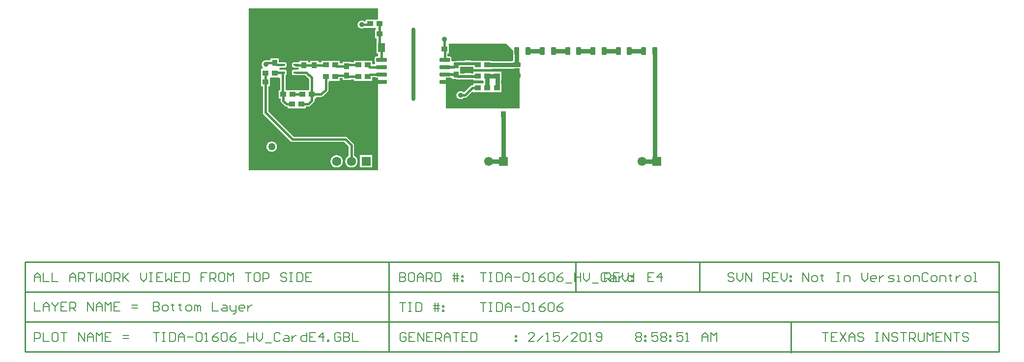
<source format=gbl>
G04*
G04 #@! TF.GenerationSoftware,Altium Limited,Altium Designer,18.1.9 (240)*
G04*
G04 Layer_Physical_Order=4*
G04 Layer_Color=16711680*
%FSAX25Y25*%
%MOIN*%
G70*
G01*
G75*
%ADD10C,0.00800*%
%ADD21C,0.01000*%
%ADD24R,0.03937X0.03740*%
%ADD25R,0.03740X0.03937*%
%ADD55C,0.02000*%
%ADD56C,0.01500*%
%ADD57C,0.03000*%
%ADD58O,0.02500X0.50000*%
%ADD59C,0.06299*%
%ADD60R,0.06299X0.06299*%
%ADD61R,0.06102X0.06102*%
%ADD62C,0.06102*%
%ADD63C,0.05000*%
%ADD64C,0.03500*%
G04:AMPARAMS|DCode=65|XSize=31.5mil|YSize=51.18mil|CornerRadius=1.89mil|HoleSize=0mil|Usage=FLASHONLY|Rotation=90.000|XOffset=0mil|YOffset=0mil|HoleType=Round|Shape=RoundedRectangle|*
%AMROUNDEDRECTD65*
21,1,0.03150,0.04740,0,0,90.0*
21,1,0.02772,0.05118,0,0,90.0*
1,1,0.00378,0.02370,0.01386*
1,1,0.00378,0.02370,-0.01386*
1,1,0.00378,-0.02370,-0.01386*
1,1,0.00378,-0.02370,0.01386*
%
%ADD65ROUNDEDRECTD65*%
G04:AMPARAMS|DCode=66|XSize=31.5mil|YSize=51.18mil|CornerRadius=1.89mil|HoleSize=0mil|Usage=FLASHONLY|Rotation=0.000|XOffset=0mil|YOffset=0mil|HoleType=Round|Shape=RoundedRectangle|*
%AMROUNDEDRECTD66*
21,1,0.03150,0.04740,0,0,0.0*
21,1,0.02772,0.05118,0,0,0.0*
1,1,0.00378,0.01386,-0.02370*
1,1,0.00378,-0.01386,-0.02370*
1,1,0.00378,-0.01386,0.02370*
1,1,0.00378,0.01386,0.02370*
%
%ADD66ROUNDEDRECTD66*%
%ADD67R,0.02362X0.02362*%
G04:AMPARAMS|DCode=68|XSize=23.62mil|YSize=70.87mil|CornerRadius=2.01mil|HoleSize=0mil|Usage=FLASHONLY|Rotation=90.000|XOffset=0mil|YOffset=0mil|HoleType=Round|Shape=RoundedRectangle|*
%AMROUNDEDRECTD68*
21,1,0.02362,0.06685,0,0,90.0*
21,1,0.01961,0.07087,0,0,90.0*
1,1,0.00402,0.03343,0.00980*
1,1,0.00402,0.03343,-0.00980*
1,1,0.00402,-0.03343,-0.00980*
1,1,0.00402,-0.03343,0.00980*
%
%ADD68ROUNDEDRECTD68*%
%ADD69R,0.05000X0.06300*%
G04:AMPARAMS|DCode=70|XSize=15.75mil|YSize=33.47mil|CornerRadius=1.97mil|HoleSize=0mil|Usage=FLASHONLY|Rotation=90.000|XOffset=0mil|YOffset=0mil|HoleType=Round|Shape=RoundedRectangle|*
%AMROUNDEDRECTD70*
21,1,0.01575,0.02953,0,0,90.0*
21,1,0.01181,0.03347,0,0,90.0*
1,1,0.00394,0.01476,0.00591*
1,1,0.00394,0.01476,-0.00591*
1,1,0.00394,-0.01476,-0.00591*
1,1,0.00394,-0.01476,0.00591*
%
%ADD70ROUNDEDRECTD70*%
G36*
X0279200Y0266532D02*
X0278493Y0265825D01*
X0277251Y0265825D01*
X0276251Y0265825D01*
X0270952D01*
Y0264972D01*
X0270661Y0264747D01*
X0269952Y0264522D01*
X0269587Y0264802D01*
X0268918Y0265079D01*
X0268200Y0265174D01*
X0267482Y0265079D01*
X0266813Y0264802D01*
X0266239Y0264361D01*
X0265798Y0263787D01*
X0265521Y0263118D01*
X0265426Y0262400D01*
X0265521Y0261682D01*
X0265798Y0261013D01*
X0266239Y0260439D01*
X0266813Y0259998D01*
X0267482Y0259721D01*
X0268200Y0259626D01*
X0268918Y0259721D01*
X0269587Y0259998D01*
X0269952Y0260278D01*
X0270952Y0260085D01*
Y0260085D01*
X0276251D01*
X0276889Y0260085D01*
X0277728Y0260085D01*
X0277988Y0259825D01*
X0277574Y0258825D01*
X0277251D01*
Y0253085D01*
X0278435D01*
Y0250850D01*
X0278170D01*
Y0242550D01*
X0279200D01*
Y0240660D01*
X0278271D01*
X0277802Y0240566D01*
X0277405Y0240301D01*
X0277140Y0239904D01*
X0277047Y0239435D01*
Y0237475D01*
X0277140Y0237006D01*
X0277405Y0236609D01*
X0277155Y0235648D01*
X0276772Y0235239D01*
X0275188D01*
Y0237825D01*
X0269889D01*
X0269251Y0237825D01*
X0268251Y0237825D01*
X0262952D01*
Y0236739D01*
X0260940D01*
Y0237073D01*
X0255200D01*
Y0235889D01*
X0253188D01*
Y0237825D01*
X0247889D01*
X0247251Y0237825D01*
X0246251Y0237825D01*
X0240952D01*
Y0236590D01*
X0238940D01*
Y0237774D01*
X0233200D01*
Y0236590D01*
X0231940D01*
Y0237774D01*
X0226200D01*
Y0237460D01*
X0226055Y0237279D01*
X0225200Y0236751D01*
X0225106Y0236770D01*
X0222153D01*
X0221686Y0236677D01*
X0221290Y0236413D01*
X0221025Y0236017D01*
X0220933Y0235550D01*
Y0234368D01*
X0221025Y0233902D01*
X0221290Y0233506D01*
X0221686Y0233241D01*
X0222153Y0233148D01*
X0223156D01*
X0223795Y0233021D01*
X0225493D01*
X0225754Y0232760D01*
X0225439Y0231661D01*
X0225288Y0231625D01*
X0225239D01*
X0225106Y0231652D01*
X0222153D01*
X0221686Y0231559D01*
X0221290Y0231294D01*
X0221025Y0230898D01*
X0220933Y0230432D01*
Y0229250D01*
X0221025Y0228783D01*
X0221290Y0228387D01*
X0221686Y0228123D01*
X0222153Y0228030D01*
X0225106D01*
X0225239Y0228057D01*
X0230020D01*
X0232585Y0225492D01*
Y0218532D01*
X0231878Y0217825D01*
X0231401D01*
X0230401Y0217825D01*
X0225102D01*
Y0217825D01*
X0224338D01*
Y0217825D01*
X0219039D01*
X0218401Y0217825D01*
X0217262Y0217825D01*
X0216555Y0218532D01*
Y0228091D01*
X0216714Y0228123D01*
X0217110Y0228387D01*
X0217375Y0228783D01*
X0217467Y0229250D01*
Y0230432D01*
X0217375Y0230898D01*
X0217110Y0231294D01*
X0216714Y0231559D01*
X0216247Y0231652D01*
X0213295D01*
X0212318Y0232124D01*
X0212318Y0232270D01*
X0212548Y0233175D01*
X0213161D01*
X0213295Y0233148D01*
X0216247D01*
X0216714Y0233241D01*
X0217110Y0233506D01*
X0217375Y0233902D01*
X0217467Y0234368D01*
Y0235550D01*
X0217375Y0236017D01*
X0217110Y0236413D01*
X0216714Y0236677D01*
X0216247Y0236770D01*
X0213295D01*
X0213161Y0236743D01*
X0212070D01*
Y0239219D01*
X0206330D01*
Y0238035D01*
X0204050D01*
X0204033Y0238031D01*
X0203918Y0238079D01*
X0203200Y0238174D01*
X0202482Y0238079D01*
X0201813Y0237802D01*
X0201239Y0237361D01*
X0200798Y0236787D01*
X0200521Y0236118D01*
X0200426Y0235400D01*
X0200521Y0234682D01*
X0200798Y0234013D01*
X0201239Y0233439D01*
X0201458Y0233270D01*
X0201119Y0232270D01*
X0200082D01*
Y0226530D01*
X0200082D01*
X0200082Y0226270D01*
X0200082D01*
Y0220530D01*
X0201266D01*
Y0202550D01*
X0201402Y0201867D01*
X0201789Y0201288D01*
X0219938Y0183138D01*
X0220517Y0182752D01*
X0221200Y0182616D01*
X0256461D01*
X0259416Y0179661D01*
Y0173152D01*
X0259107Y0173025D01*
X0258241Y0172360D01*
X0257575Y0171493D01*
X0257157Y0170483D01*
X0257015Y0169400D01*
X0257157Y0168317D01*
X0257575Y0167307D01*
X0258241Y0166440D01*
X0259107Y0165775D01*
X0260117Y0165357D01*
X0261200Y0165215D01*
X0262283Y0165357D01*
X0263293Y0165775D01*
X0264159Y0166440D01*
X0264825Y0167307D01*
X0265243Y0168317D01*
X0265385Y0169400D01*
X0265243Y0170483D01*
X0264825Y0171493D01*
X0264159Y0172360D01*
X0263293Y0173025D01*
X0262984Y0173152D01*
Y0180400D01*
X0262848Y0181083D01*
X0262462Y0181662D01*
X0262462Y0181662D01*
X0258462Y0185662D01*
X0257883Y0186048D01*
X0257200Y0186184D01*
X0221939D01*
X0204835Y0203289D01*
Y0220530D01*
X0206019D01*
Y0225680D01*
X0206306Y0226354D01*
X0206911Y0226530D01*
X0212318D01*
X0212987Y0225807D01*
Y0217825D01*
X0212102D01*
Y0212085D01*
X0213286D01*
Y0210530D01*
X0213422Y0209847D01*
X0213808Y0209268D01*
X0215938Y0207138D01*
X0216517Y0206751D01*
X0217200Y0206616D01*
X0218082D01*
Y0205530D01*
X0223381D01*
X0224019Y0205530D01*
X0225019Y0205530D01*
X0230318D01*
Y0206616D01*
X0231927D01*
X0232609Y0206751D01*
X0233188Y0207138D01*
X0235631Y0209581D01*
X0235631Y0209581D01*
X0236018Y0210160D01*
X0236154Y0210843D01*
X0236154Y0210843D01*
Y0212085D01*
X0237338D01*
Y0213171D01*
X0240755D01*
X0241438Y0213307D01*
X0242017Y0213693D01*
X0245182Y0216859D01*
X0245182Y0216859D01*
X0245569Y0217438D01*
X0245705Y0218121D01*
X0245705Y0218121D01*
Y0223378D01*
X0246412Y0224085D01*
X0246889D01*
X0247889Y0224085D01*
X0253188D01*
Y0226021D01*
X0255200D01*
Y0224837D01*
X0260940D01*
Y0225171D01*
X0262952D01*
Y0224085D01*
X0268251D01*
X0268889Y0224085D01*
X0269889Y0224085D01*
X0275188D01*
Y0226671D01*
X0277364D01*
X0277405Y0226609D01*
X0277802Y0226344D01*
X0278271Y0226251D01*
X0279200D01*
Y0163400D01*
X0191749D01*
Y0273400D01*
X0279200D01*
Y0266532D01*
D02*
G37*
G36*
X0366200Y0249400D02*
X0370862Y0244738D01*
Y0242030D01*
X0370911Y0241783D01*
Y0237738D01*
X0370830D01*
X0370366Y0237646D01*
X0370149Y0237501D01*
X0356340D01*
Y0237822D01*
X0350403D01*
Y0237822D01*
X0350040D01*
Y0237822D01*
X0344103D01*
Y0237770D01*
X0342381D01*
Y0237912D01*
X0338019D01*
Y0237770D01*
X0333381D01*
X0332601Y0237615D01*
X0332456Y0237518D01*
X0329769D01*
X0329330Y0237518D01*
X0329094Y0238420D01*
Y0239435D01*
X0329000Y0239904D01*
X0328735Y0240301D01*
X0328338Y0240566D01*
X0327869Y0240660D01*
X0326311D01*
Y0242685D01*
X0327344D01*
Y0248400D01*
X0327405Y0249400D01*
X0366200Y0249400D01*
D02*
G37*
G36*
X0344103Y0232082D02*
X0350040D01*
Y0232082D01*
X0350403D01*
Y0232082D01*
X0356340D01*
Y0232403D01*
X0371221D01*
X0371921Y0232542D01*
X0375250D01*
X0375250Y0205400D01*
X0325200D01*
Y0226251D01*
X0327869D01*
X0328338Y0226344D01*
X0329330Y0226076D01*
Y0225282D01*
X0332456D01*
X0332601Y0225185D01*
X0333381Y0225030D01*
X0338019D01*
Y0224888D01*
X0342381D01*
Y0225030D01*
X0344084D01*
Y0224527D01*
X0349383D01*
X0350021Y0224527D01*
X0350802Y0224000D01*
Y0222794D01*
X0350021Y0222267D01*
X0349383Y0222267D01*
X0344084D01*
Y0221525D01*
X0343193Y0221184D01*
X0342511Y0221048D01*
X0341932Y0220662D01*
X0341932Y0220662D01*
X0338079Y0216809D01*
X0337161Y0216361D01*
X0336587Y0216802D01*
X0335918Y0217079D01*
X0335200Y0217174D01*
X0334482Y0217079D01*
X0333813Y0216802D01*
X0333239Y0216361D01*
X0332798Y0215787D01*
X0332521Y0215118D01*
X0332426Y0214400D01*
X0332521Y0213682D01*
X0332798Y0213013D01*
X0333239Y0212439D01*
X0333813Y0211998D01*
X0334482Y0211721D01*
X0335200Y0211626D01*
X0335918Y0211721D01*
X0336587Y0211998D01*
X0337161Y0212439D01*
X0337297Y0212616D01*
X0338193D01*
X0338876Y0212752D01*
X0339455Y0213138D01*
X0343084Y0216767D01*
X0344084Y0216527D01*
Y0216527D01*
X0349383D01*
X0350021Y0216527D01*
X0351021Y0216527D01*
X0356320D01*
Y0216527D01*
X0357084D01*
Y0216527D01*
X0363021D01*
Y0222267D01*
X0362751D01*
Y0224527D01*
X0363021D01*
Y0230267D01*
X0357084D01*
Y0230267D01*
X0356320D01*
Y0230267D01*
X0351021D01*
X0350383Y0230267D01*
X0349383Y0230267D01*
X0344084D01*
Y0229109D01*
X0342381D01*
Y0229250D01*
X0338019D01*
Y0229109D01*
X0335070D01*
Y0231219D01*
X0335070Y0231219D01*
Y0231581D01*
X0335070D01*
X0335070Y0232219D01*
Y0233692D01*
X0338019D01*
Y0233550D01*
X0342381D01*
Y0233692D01*
X0344103D01*
Y0232082D01*
D02*
G37*
%LPC*%
G36*
X0207200Y0182930D02*
X0206286Y0182810D01*
X0205435Y0182457D01*
X0204704Y0181896D01*
X0204143Y0181165D01*
X0203790Y0180314D01*
X0203670Y0179400D01*
X0203790Y0178486D01*
X0204143Y0177635D01*
X0204704Y0176904D01*
X0205435Y0176343D01*
X0206286Y0175990D01*
X0207200Y0175870D01*
X0208114Y0175990D01*
X0208965Y0176343D01*
X0209696Y0176904D01*
X0210257Y0177635D01*
X0210610Y0178486D01*
X0210730Y0179400D01*
X0210610Y0180314D01*
X0210257Y0181165D01*
X0209696Y0181896D01*
X0208965Y0182457D01*
X0208114Y0182810D01*
X0207200Y0182930D01*
D02*
G37*
G36*
X0275350Y0173550D02*
X0267050D01*
Y0165250D01*
X0275350D01*
Y0173550D01*
D02*
G37*
G36*
X0251200Y0173585D02*
X0250117Y0173443D01*
X0249107Y0173025D01*
X0248240Y0172360D01*
X0247575Y0171493D01*
X0247157Y0170483D01*
X0247015Y0169400D01*
X0247157Y0168317D01*
X0247575Y0167307D01*
X0248240Y0166440D01*
X0249107Y0165775D01*
X0250117Y0165357D01*
X0251200Y0165215D01*
X0252283Y0165357D01*
X0253293Y0165775D01*
X0254159Y0166440D01*
X0254825Y0167307D01*
X0255243Y0168317D01*
X0255385Y0169400D01*
X0255243Y0170483D01*
X0254825Y0171493D01*
X0254159Y0172360D01*
X0253293Y0173025D01*
X0252283Y0173443D01*
X0251200Y0173585D01*
D02*
G37*
%LPD*%
G54D10*
X0126900Y0073549D02*
Y0067551D01*
X0129899D01*
X0130899Y0068550D01*
Y0069550D01*
X0129899Y0070550D01*
X0126900D01*
X0129899D01*
X0130899Y0071549D01*
Y0072549D01*
X0129899Y0073549D01*
X0126900D01*
X0133898Y0067551D02*
X0135897D01*
X0136897Y0068550D01*
Y0070550D01*
X0135897Y0071549D01*
X0133898D01*
X0132898Y0070550D01*
Y0068550D01*
X0133898Y0067551D01*
X0139896Y0072549D02*
Y0071549D01*
X0138896D01*
X0140895D01*
X0139896D01*
Y0068550D01*
X0140895Y0067551D01*
X0144894Y0072549D02*
Y0071549D01*
X0143895D01*
X0145894D01*
X0144894D01*
Y0068550D01*
X0145894Y0067551D01*
X0149893D02*
X0151892D01*
X0152892Y0068550D01*
Y0070550D01*
X0151892Y0071549D01*
X0149893D01*
X0148893Y0070550D01*
Y0068550D01*
X0149893Y0067551D01*
X0154891D02*
Y0071549D01*
X0155891D01*
X0156890Y0070550D01*
Y0067551D01*
Y0070550D01*
X0157890Y0071549D01*
X0158890Y0070550D01*
Y0067551D01*
X0166887Y0073549D02*
Y0067551D01*
X0170886D01*
X0173885Y0071549D02*
X0175884D01*
X0176884Y0070550D01*
Y0067551D01*
X0173885D01*
X0172885Y0068550D01*
X0173885Y0069550D01*
X0176884D01*
X0178883Y0071549D02*
Y0068550D01*
X0179883Y0067551D01*
X0182882D01*
Y0066551D01*
X0181882Y0065551D01*
X0180883D01*
X0182882Y0067551D02*
Y0071549D01*
X0187880Y0067551D02*
X0185881D01*
X0184881Y0068550D01*
Y0070550D01*
X0185881Y0071549D01*
X0187880D01*
X0188880Y0070550D01*
Y0069550D01*
X0184881D01*
X0190879Y0071549D02*
Y0067551D01*
Y0069550D01*
X0191879Y0070550D01*
X0192879Y0071549D01*
X0193878D01*
X0348550Y0073498D02*
X0352549D01*
X0350549D01*
Y0067500D01*
X0354548Y0073498D02*
X0356547D01*
X0355548D01*
Y0067500D01*
X0354548D01*
X0356547D01*
X0359546Y0073498D02*
Y0067500D01*
X0362545D01*
X0363545Y0068500D01*
Y0072498D01*
X0362545Y0073498D01*
X0359546D01*
X0365545Y0067500D02*
Y0071499D01*
X0367544Y0073498D01*
X0369543Y0071499D01*
Y0067500D01*
Y0070499D01*
X0365545D01*
X0371543D02*
X0375541D01*
X0377541Y0072498D02*
X0378540Y0073498D01*
X0380540D01*
X0381539Y0072498D01*
Y0068500D01*
X0380540Y0067500D01*
X0378540D01*
X0377541Y0068500D01*
Y0072498D01*
X0383539Y0067500D02*
X0385538D01*
X0384538D01*
Y0073498D01*
X0383539Y0072498D01*
X0392536Y0073498D02*
X0390536Y0072498D01*
X0388537Y0070499D01*
Y0068500D01*
X0389537Y0067500D01*
X0391536D01*
X0392536Y0068500D01*
Y0069499D01*
X0391536Y0070499D01*
X0388537D01*
X0394535Y0072498D02*
X0395535Y0073498D01*
X0397534D01*
X0398534Y0072498D01*
Y0068500D01*
X0397534Y0067500D01*
X0395535D01*
X0394535Y0068500D01*
Y0072498D01*
X0404532Y0073498D02*
X0402532Y0072498D01*
X0400533Y0070499D01*
Y0068500D01*
X0401533Y0067500D01*
X0403532D01*
X0404532Y0068500D01*
Y0069499D01*
X0403532Y0070499D01*
X0400533D01*
X0294000Y0073498D02*
X0297999D01*
X0295999D01*
Y0067500D01*
X0299998Y0073498D02*
X0301997D01*
X0300998D01*
Y0067500D01*
X0299998D01*
X0301997D01*
X0304996Y0073498D02*
Y0067500D01*
X0307996D01*
X0308995Y0068500D01*
Y0072498D01*
X0307996Y0073498D01*
X0304996D01*
X0317992Y0067500D02*
Y0073498D01*
X0319992D02*
Y0067500D01*
X0316993Y0071499D02*
X0319992D01*
X0320991D01*
X0316993Y0069499D02*
X0320991D01*
X0322991Y0071499D02*
X0323990D01*
Y0070499D01*
X0322991D01*
Y0071499D01*
Y0068500D02*
X0323990D01*
Y0067500D01*
X0322991D01*
Y0068500D01*
X0580500Y0052965D02*
X0584499D01*
X0582499D01*
Y0046966D01*
X0590497Y0052965D02*
X0586498D01*
Y0046966D01*
X0590497D01*
X0586498Y0049966D02*
X0588497D01*
X0592496Y0052965D02*
X0596495Y0046966D01*
Y0052965D02*
X0592496Y0046966D01*
X0598494D02*
Y0050965D01*
X0600493Y0052965D01*
X0602493Y0050965D01*
Y0046966D01*
Y0049966D01*
X0598494D01*
X0608491Y0051965D02*
X0607491Y0052965D01*
X0605492D01*
X0604492Y0051965D01*
Y0050965D01*
X0605492Y0049966D01*
X0607491D01*
X0608491Y0048966D01*
Y0047966D01*
X0607491Y0046966D01*
X0605492D01*
X0604492Y0047966D01*
X0616488Y0052965D02*
X0618488D01*
X0617488D01*
Y0046966D01*
X0616488D01*
X0618488D01*
X0621487D02*
Y0052965D01*
X0625486Y0046966D01*
Y0052965D01*
X0631484Y0051965D02*
X0630484Y0052965D01*
X0628484D01*
X0627485Y0051965D01*
Y0050965D01*
X0628484Y0049966D01*
X0630484D01*
X0631484Y0048966D01*
Y0047966D01*
X0630484Y0046966D01*
X0628484D01*
X0627485Y0047966D01*
X0633483Y0052965D02*
X0637482D01*
X0635482D01*
Y0046966D01*
X0639481D02*
Y0052965D01*
X0642480D01*
X0643480Y0051965D01*
Y0049966D01*
X0642480Y0048966D01*
X0639481D01*
X0641480D02*
X0643480Y0046966D01*
X0645479Y0052965D02*
Y0047966D01*
X0646479Y0046966D01*
X0648478D01*
X0649478Y0047966D01*
Y0052965D01*
X0651477Y0046966D02*
Y0052965D01*
X0653476Y0050965D01*
X0655476Y0052965D01*
Y0046966D01*
X0661474Y0052965D02*
X0657475D01*
Y0046966D01*
X0661474D01*
X0657475Y0049966D02*
X0659474D01*
X0663473Y0046966D02*
Y0052965D01*
X0667472Y0046966D01*
Y0052965D01*
X0669471D02*
X0673470D01*
X0671471D01*
Y0046966D01*
X0679468Y0051965D02*
X0678468Y0052965D01*
X0676469D01*
X0675469Y0051965D01*
Y0050965D01*
X0676469Y0049966D01*
X0678468D01*
X0679468Y0048966D01*
Y0047966D01*
X0678468Y0046966D01*
X0676469D01*
X0675469Y0047966D01*
X0454050Y0051965D02*
X0455050Y0052965D01*
X0457049D01*
X0458049Y0051965D01*
Y0050965D01*
X0457049Y0049966D01*
X0458049Y0048966D01*
Y0047966D01*
X0457049Y0046966D01*
X0455050D01*
X0454050Y0047966D01*
Y0048966D01*
X0455050Y0049966D01*
X0454050Y0050965D01*
Y0051965D01*
X0455050Y0049966D02*
X0457049D01*
X0460048Y0050965D02*
X0461048D01*
Y0049966D01*
X0460048D01*
Y0050965D01*
Y0047966D02*
X0461048D01*
Y0046966D01*
X0460048D01*
Y0047966D01*
X0469045Y0052965D02*
X0465046D01*
Y0049966D01*
X0467046Y0050965D01*
X0468046D01*
X0469045Y0049966D01*
Y0047966D01*
X0468046Y0046966D01*
X0466046D01*
X0465046Y0047966D01*
X0471044Y0051965D02*
X0472044Y0052965D01*
X0474044D01*
X0475043Y0051965D01*
Y0050965D01*
X0474044Y0049966D01*
X0475043Y0048966D01*
Y0047966D01*
X0474044Y0046966D01*
X0472044D01*
X0471044Y0047966D01*
Y0048966D01*
X0472044Y0049966D01*
X0471044Y0050965D01*
Y0051965D01*
X0472044Y0049966D02*
X0474044D01*
X0477043Y0050965D02*
X0478042D01*
Y0049966D01*
X0477043D01*
Y0050965D01*
Y0047966D02*
X0478042D01*
Y0046966D01*
X0477043D01*
Y0047966D01*
X0486040Y0052965D02*
X0482041D01*
Y0049966D01*
X0484040Y0050965D01*
X0485040D01*
X0486040Y0049966D01*
Y0047966D01*
X0485040Y0046966D01*
X0483041D01*
X0482041Y0047966D01*
X0488039Y0046966D02*
X0490038D01*
X0489039D01*
Y0052965D01*
X0488039Y0051965D01*
X0499035Y0046966D02*
Y0050965D01*
X0501035Y0052965D01*
X0503034Y0050965D01*
Y0046966D01*
Y0049966D01*
X0499035D01*
X0505033Y0046966D02*
Y0052965D01*
X0507033Y0050965D01*
X0509032Y0052965D01*
Y0046966D01*
X0046350D02*
Y0052965D01*
X0049349D01*
X0050349Y0051965D01*
Y0049966D01*
X0049349Y0048966D01*
X0046350D01*
X0052348Y0052965D02*
Y0046966D01*
X0056347D01*
X0061345Y0052965D02*
X0059346D01*
X0058346Y0051965D01*
Y0047966D01*
X0059346Y0046966D01*
X0061345D01*
X0062345Y0047966D01*
Y0051965D01*
X0061345Y0052965D01*
X0064344D02*
X0068343D01*
X0066343D01*
Y0046966D01*
X0076340D02*
Y0052965D01*
X0080339Y0046966D01*
Y0052965D01*
X0082338Y0046966D02*
Y0050965D01*
X0084338Y0052965D01*
X0086337Y0050965D01*
Y0046966D01*
Y0049966D01*
X0082338D01*
X0088336Y0046966D02*
Y0052965D01*
X0090336Y0050965D01*
X0092335Y0052965D01*
Y0046966D01*
X0098333Y0052965D02*
X0094335D01*
Y0046966D01*
X0098333D01*
X0094335Y0049966D02*
X0096334D01*
X0106331Y0048966D02*
X0110329D01*
X0106331Y0050965D02*
X0110329D01*
X0046350Y0073549D02*
Y0067551D01*
X0050349D01*
X0052348D02*
Y0071549D01*
X0054347Y0073549D01*
X0056347Y0071549D01*
Y0067551D01*
Y0070550D01*
X0052348D01*
X0058346Y0073549D02*
Y0072549D01*
X0060346Y0070550D01*
X0062345Y0072549D01*
Y0073549D01*
X0060346Y0070550D02*
Y0067551D01*
X0068343Y0073549D02*
X0064344D01*
Y0067551D01*
X0068343D01*
X0064344Y0070550D02*
X0066343D01*
X0070342Y0067551D02*
Y0073549D01*
X0073341D01*
X0074341Y0072549D01*
Y0070550D01*
X0073341Y0069550D01*
X0070342D01*
X0072342D02*
X0074341Y0067551D01*
X0082338D02*
Y0073549D01*
X0086337Y0067551D01*
Y0073549D01*
X0088336Y0067551D02*
Y0071549D01*
X0090336Y0073549D01*
X0092335Y0071549D01*
Y0067551D01*
Y0070550D01*
X0088336D01*
X0094335Y0067551D02*
Y0073549D01*
X0096334Y0071549D01*
X0098333Y0073549D01*
Y0067551D01*
X0104331Y0073549D02*
X0100332D01*
Y0067551D01*
X0104331D01*
X0100332Y0070550D02*
X0102332D01*
X0112329Y0069550D02*
X0116327D01*
X0112329Y0071549D02*
X0116327D01*
X0294000Y0093831D02*
Y0087833D01*
X0296999D01*
X0297999Y0088833D01*
Y0089833D01*
X0296999Y0090832D01*
X0294000D01*
X0296999D01*
X0297999Y0091832D01*
Y0092832D01*
X0296999Y0093831D01*
X0294000D01*
X0302997D02*
X0300998D01*
X0299998Y0092832D01*
Y0088833D01*
X0300998Y0087833D01*
X0302997D01*
X0303997Y0088833D01*
Y0092832D01*
X0302997Y0093831D01*
X0305996Y0087833D02*
Y0091832D01*
X0307996Y0093831D01*
X0309995Y0091832D01*
Y0087833D01*
Y0090832D01*
X0305996D01*
X0311994Y0087833D02*
Y0093831D01*
X0314993D01*
X0315993Y0092832D01*
Y0090832D01*
X0314993Y0089833D01*
X0311994D01*
X0313994D02*
X0315993Y0087833D01*
X0317992Y0093831D02*
Y0087833D01*
X0320991D01*
X0321991Y0088833D01*
Y0092832D01*
X0320991Y0093831D01*
X0317992D01*
X0330988Y0087833D02*
Y0093831D01*
X0332987D02*
Y0087833D01*
X0329988Y0091832D02*
X0332987D01*
X0333987D01*
X0329988Y0089833D02*
X0333987D01*
X0335986Y0091832D02*
X0336986D01*
Y0090832D01*
X0335986D01*
Y0091832D01*
Y0088833D02*
X0336986D01*
Y0087833D01*
X0335986D01*
Y0088833D01*
X0348550Y0093831D02*
X0352549D01*
X0350549D01*
Y0087833D01*
X0354548Y0093831D02*
X0356547D01*
X0355548D01*
Y0087833D01*
X0354548D01*
X0356547D01*
X0359546Y0093831D02*
Y0087833D01*
X0362545D01*
X0363545Y0088833D01*
Y0092832D01*
X0362545Y0093831D01*
X0359546D01*
X0365545Y0087833D02*
Y0091832D01*
X0367544Y0093831D01*
X0369543Y0091832D01*
Y0087833D01*
Y0090832D01*
X0365545D01*
X0371543D02*
X0375541D01*
X0377541Y0092832D02*
X0378540Y0093831D01*
X0380540D01*
X0381539Y0092832D01*
Y0088833D01*
X0380540Y0087833D01*
X0378540D01*
X0377541Y0088833D01*
Y0092832D01*
X0383539Y0087833D02*
X0385538D01*
X0384538D01*
Y0093831D01*
X0383539Y0092832D01*
X0392536Y0093831D02*
X0390536Y0092832D01*
X0388537Y0090832D01*
Y0088833D01*
X0389537Y0087833D01*
X0391536D01*
X0392536Y0088833D01*
Y0089833D01*
X0391536Y0090832D01*
X0388537D01*
X0394535Y0092832D02*
X0395535Y0093831D01*
X0397534D01*
X0398534Y0092832D01*
Y0088833D01*
X0397534Y0087833D01*
X0395535D01*
X0394535Y0088833D01*
Y0092832D01*
X0404532Y0093831D02*
X0402532Y0092832D01*
X0400533Y0090832D01*
Y0088833D01*
X0401533Y0087833D01*
X0403532D01*
X0404532Y0088833D01*
Y0089833D01*
X0403532Y0090832D01*
X0400533D01*
X0406531Y0086834D02*
X0410530D01*
X0412529Y0093831D02*
Y0087833D01*
Y0090832D01*
X0416528D01*
Y0093831D01*
Y0087833D01*
X0418527Y0093831D02*
Y0089833D01*
X0420527Y0087833D01*
X0422526Y0089833D01*
Y0093831D01*
X0424525Y0086834D02*
X0428524D01*
X0434522Y0092832D02*
X0433523Y0093831D01*
X0431523D01*
X0430523Y0092832D01*
Y0088833D01*
X0431523Y0087833D01*
X0433523D01*
X0434522Y0088833D01*
X0437521Y0091832D02*
X0439521D01*
X0440520Y0090832D01*
Y0087833D01*
X0437521D01*
X0436521Y0088833D01*
X0437521Y0089833D01*
X0440520D01*
X0442520Y0091832D02*
Y0087833D01*
Y0089833D01*
X0443519Y0090832D01*
X0444519Y0091832D01*
X0445519D01*
X0452516Y0093831D02*
Y0087833D01*
X0449517D01*
X0448518Y0088833D01*
Y0090832D01*
X0449517Y0091832D01*
X0452516D01*
X0466149Y0093831D02*
X0462150D01*
Y0087833D01*
X0466149D01*
X0462150Y0090832D02*
X0464149D01*
X0471147Y0087833D02*
Y0093831D01*
X0468148Y0090832D01*
X0472147D01*
X0046350Y0087833D02*
Y0091832D01*
X0048349Y0093831D01*
X0050349Y0091832D01*
Y0087833D01*
Y0090832D01*
X0046350D01*
X0052348Y0093831D02*
Y0087833D01*
X0056347D01*
X0058346Y0093831D02*
Y0087833D01*
X0062345D01*
X0070342D02*
Y0091832D01*
X0072342Y0093831D01*
X0074341Y0091832D01*
Y0087833D01*
Y0090832D01*
X0070342D01*
X0076340Y0087833D02*
Y0093831D01*
X0079339D01*
X0080339Y0092832D01*
Y0090832D01*
X0079339Y0089833D01*
X0076340D01*
X0078340D02*
X0080339Y0087833D01*
X0082338Y0093831D02*
X0086337D01*
X0084338D01*
Y0087833D01*
X0088336Y0093831D02*
Y0087833D01*
X0090336Y0089833D01*
X0092335Y0087833D01*
Y0093831D01*
X0097334D02*
X0095334D01*
X0094335Y0092832D01*
Y0088833D01*
X0095334Y0087833D01*
X0097334D01*
X0098333Y0088833D01*
Y0092832D01*
X0097334Y0093831D01*
X0100332Y0087833D02*
Y0093831D01*
X0103332D01*
X0104331Y0092832D01*
Y0090832D01*
X0103332Y0089833D01*
X0100332D01*
X0102332D02*
X0104331Y0087833D01*
X0106331Y0093831D02*
Y0087833D01*
Y0089833D01*
X0110329Y0093831D01*
X0107330Y0090832D01*
X0110329Y0087833D01*
X0118327Y0093831D02*
Y0089833D01*
X0120326Y0087833D01*
X0122325Y0089833D01*
Y0093831D01*
X0124325D02*
X0126324D01*
X0125324D01*
Y0087833D01*
X0124325D01*
X0126324D01*
X0133322Y0093831D02*
X0129323D01*
Y0087833D01*
X0133322D01*
X0129323Y0090832D02*
X0131323D01*
X0135321Y0093831D02*
Y0087833D01*
X0137321Y0089833D01*
X0139320Y0087833D01*
Y0093831D01*
X0145318D02*
X0141319D01*
Y0087833D01*
X0145318D01*
X0141319Y0090832D02*
X0143319D01*
X0147317Y0093831D02*
Y0087833D01*
X0150316D01*
X0151316Y0088833D01*
Y0092832D01*
X0150316Y0093831D01*
X0147317D01*
X0163312D02*
X0159313D01*
Y0090832D01*
X0161313D01*
X0159313D01*
Y0087833D01*
X0165312D02*
Y0093831D01*
X0168310D01*
X0169310Y0092832D01*
Y0090832D01*
X0168310Y0089833D01*
X0165312D01*
X0167311D02*
X0169310Y0087833D01*
X0174309Y0093831D02*
X0172309D01*
X0171310Y0092832D01*
Y0088833D01*
X0172309Y0087833D01*
X0174309D01*
X0175308Y0088833D01*
Y0092832D01*
X0174309Y0093831D01*
X0177308Y0087833D02*
Y0093831D01*
X0179307Y0091832D01*
X0181306Y0093831D01*
Y0087833D01*
X0189304Y0093831D02*
X0193303D01*
X0191303D01*
Y0087833D01*
X0198301Y0093831D02*
X0196301D01*
X0195302Y0092832D01*
Y0088833D01*
X0196301Y0087833D01*
X0198301D01*
X0199301Y0088833D01*
Y0092832D01*
X0198301Y0093831D01*
X0201300Y0087833D02*
Y0093831D01*
X0204299D01*
X0205299Y0092832D01*
Y0090832D01*
X0204299Y0089833D01*
X0201300D01*
X0217295Y0092832D02*
X0216295Y0093831D01*
X0214296D01*
X0213296Y0092832D01*
Y0091832D01*
X0214296Y0090832D01*
X0216295D01*
X0217295Y0089833D01*
Y0088833D01*
X0216295Y0087833D01*
X0214296D01*
X0213296Y0088833D01*
X0219294Y0093831D02*
X0221293D01*
X0220294D01*
Y0087833D01*
X0219294D01*
X0221293D01*
X0224292Y0093831D02*
Y0087833D01*
X0227291D01*
X0228291Y0088833D01*
Y0092832D01*
X0227291Y0093831D01*
X0224292D01*
X0234289D02*
X0230291D01*
Y0087833D01*
X0234289D01*
X0230291Y0090832D02*
X0232290D01*
X0298199Y0051965D02*
X0297199Y0052965D01*
X0295200D01*
X0294200Y0051965D01*
Y0047966D01*
X0295200Y0046966D01*
X0297199D01*
X0298199Y0047966D01*
Y0049966D01*
X0296199D01*
X0304197Y0052965D02*
X0300198D01*
Y0046966D01*
X0304197D01*
X0300198Y0049966D02*
X0302197D01*
X0306196Y0046966D02*
Y0052965D01*
X0310195Y0046966D01*
Y0052965D01*
X0316193D02*
X0312194D01*
Y0046966D01*
X0316193D01*
X0312194Y0049966D02*
X0314194D01*
X0318192Y0046966D02*
Y0052965D01*
X0321191D01*
X0322191Y0051965D01*
Y0049966D01*
X0321191Y0048966D01*
X0318192D01*
X0320192D02*
X0322191Y0046966D01*
X0324190D02*
Y0050965D01*
X0326190Y0052965D01*
X0328189Y0050965D01*
Y0046966D01*
Y0049966D01*
X0324190D01*
X0330188Y0052965D02*
X0334187D01*
X0332188D01*
Y0046966D01*
X0340185Y0052965D02*
X0336186D01*
Y0046966D01*
X0340185D01*
X0336186Y0049966D02*
X0338186D01*
X0342184Y0052965D02*
Y0046966D01*
X0345183D01*
X0346183Y0047966D01*
Y0051965D01*
X0345183Y0052965D01*
X0342184D01*
X0372175Y0050965D02*
X0373175D01*
Y0049966D01*
X0372175D01*
Y0050965D01*
Y0047966D02*
X0373175D01*
Y0046966D01*
X0372175D01*
Y0047966D01*
X0385149Y0046966D02*
X0381150D01*
X0385149Y0050965D01*
Y0051965D01*
X0384149Y0052965D01*
X0382150D01*
X0381150Y0051965D01*
X0387148Y0046966D02*
X0391147Y0050965D01*
X0393146Y0046966D02*
X0395146D01*
X0394146D01*
Y0052965D01*
X0393146Y0051965D01*
X0402143Y0052965D02*
X0398145D01*
Y0049966D01*
X0400144Y0050965D01*
X0401144D01*
X0402143Y0049966D01*
Y0047966D01*
X0401144Y0046966D01*
X0399144D01*
X0398145Y0047966D01*
X0404143Y0046966D02*
X0408141Y0050965D01*
X0414139Y0046966D02*
X0410141D01*
X0414139Y0050965D01*
Y0051965D01*
X0413140Y0052965D01*
X0411140D01*
X0410141Y0051965D01*
X0416139D02*
X0417138Y0052965D01*
X0419138D01*
X0420137Y0051965D01*
Y0047966D01*
X0419138Y0046966D01*
X0417138D01*
X0416139Y0047966D01*
Y0051965D01*
X0422137Y0046966D02*
X0424136D01*
X0423136D01*
Y0052965D01*
X0422137Y0051965D01*
X0427135Y0047966D02*
X0428135Y0046966D01*
X0430134D01*
X0431134Y0047966D01*
Y0051965D01*
X0430134Y0052965D01*
X0428135D01*
X0427135Y0051965D01*
Y0050965D01*
X0428135Y0049966D01*
X0431134D01*
X0126900Y0052965D02*
X0130899D01*
X0128899D01*
Y0046966D01*
X0132898Y0052965D02*
X0134897D01*
X0133898D01*
Y0046966D01*
X0132898D01*
X0134897D01*
X0137896Y0052965D02*
Y0046966D01*
X0140895D01*
X0141895Y0047966D01*
Y0051965D01*
X0140895Y0052965D01*
X0137896D01*
X0143895Y0046966D02*
Y0050965D01*
X0145894Y0052965D01*
X0147893Y0050965D01*
Y0046966D01*
Y0049966D01*
X0143895D01*
X0149893D02*
X0153891D01*
X0155891Y0051965D02*
X0156890Y0052965D01*
X0158890D01*
X0159889Y0051965D01*
Y0047966D01*
X0158890Y0046966D01*
X0156890D01*
X0155891Y0047966D01*
Y0051965D01*
X0161889Y0046966D02*
X0163888D01*
X0162888D01*
Y0052965D01*
X0161889Y0051965D01*
X0170886Y0052965D02*
X0168886Y0051965D01*
X0166887Y0049966D01*
Y0047966D01*
X0167887Y0046966D01*
X0169886D01*
X0170886Y0047966D01*
Y0048966D01*
X0169886Y0049966D01*
X0166887D01*
X0172885Y0051965D02*
X0173885Y0052965D01*
X0175884D01*
X0176884Y0051965D01*
Y0047966D01*
X0175884Y0046966D01*
X0173885D01*
X0172885Y0047966D01*
Y0051965D01*
X0182882Y0052965D02*
X0180883Y0051965D01*
X0178883Y0049966D01*
Y0047966D01*
X0179883Y0046966D01*
X0181882D01*
X0182882Y0047966D01*
Y0048966D01*
X0181882Y0049966D01*
X0178883D01*
X0184881Y0045967D02*
X0188880D01*
X0190879Y0052965D02*
Y0046966D01*
Y0049966D01*
X0194878D01*
Y0052965D01*
Y0046966D01*
X0196877Y0052965D02*
Y0048966D01*
X0198877Y0046966D01*
X0200876Y0048966D01*
Y0052965D01*
X0202875Y0045967D02*
X0206874D01*
X0212872Y0051965D02*
X0211873Y0052965D01*
X0209873D01*
X0208874Y0051965D01*
Y0047966D01*
X0209873Y0046966D01*
X0211873D01*
X0212872Y0047966D01*
X0215871Y0050965D02*
X0217871D01*
X0218870Y0049966D01*
Y0046966D01*
X0215871D01*
X0214872Y0047966D01*
X0215871Y0048966D01*
X0218870D01*
X0220870Y0050965D02*
Y0046966D01*
Y0048966D01*
X0221869Y0049966D01*
X0222869Y0050965D01*
X0223869D01*
X0230866Y0052965D02*
Y0046966D01*
X0227867D01*
X0226868Y0047966D01*
Y0049966D01*
X0227867Y0050965D01*
X0230866D01*
X0236864Y0052965D02*
X0232866D01*
Y0046966D01*
X0236864D01*
X0232866Y0049966D02*
X0234865D01*
X0241863Y0046966D02*
Y0052965D01*
X0238864Y0049966D01*
X0242863D01*
X0244862Y0046966D02*
Y0047966D01*
X0245862D01*
Y0046966D01*
X0244862D01*
X0253859Y0051965D02*
X0252859Y0052965D01*
X0250860D01*
X0249860Y0051965D01*
Y0047966D01*
X0250860Y0046966D01*
X0252859D01*
X0253859Y0047966D01*
Y0049966D01*
X0251860D01*
X0255858Y0052965D02*
Y0046966D01*
X0258857D01*
X0259857Y0047966D01*
Y0048966D01*
X0258857Y0049966D01*
X0255858D01*
X0258857D01*
X0259857Y0050965D01*
Y0051965D01*
X0258857Y0052965D01*
X0255858D01*
X0261856D02*
Y0046966D01*
X0265855D01*
X0433000Y0087833D02*
Y0093831D01*
X0435999D01*
X0436999Y0092832D01*
Y0090832D01*
X0435999Y0089833D01*
X0433000D01*
X0434999D02*
X0436999Y0087833D01*
X0442997Y0093831D02*
X0438998D01*
Y0087833D01*
X0442997D01*
X0438998Y0090832D02*
X0440997D01*
X0444996Y0093831D02*
Y0089833D01*
X0446995Y0087833D01*
X0448995Y0089833D01*
Y0093831D01*
X0450994Y0091832D02*
X0451994D01*
Y0090832D01*
X0450994D01*
Y0091832D01*
Y0088833D02*
X0451994D01*
Y0087833D01*
X0450994D01*
Y0088833D01*
X0520799Y0092832D02*
X0519799Y0093831D01*
X0517800D01*
X0516800Y0092832D01*
Y0091832D01*
X0517800Y0090832D01*
X0519799D01*
X0520799Y0089833D01*
Y0088833D01*
X0519799Y0087833D01*
X0517800D01*
X0516800Y0088833D01*
X0522798Y0093831D02*
Y0089833D01*
X0524797Y0087833D01*
X0526797Y0089833D01*
Y0093831D01*
X0528796Y0087833D02*
Y0093831D01*
X0532795Y0087833D01*
Y0093831D01*
X0540792Y0087833D02*
Y0093831D01*
X0543791D01*
X0544791Y0092832D01*
Y0090832D01*
X0543791Y0089833D01*
X0540792D01*
X0542792D02*
X0544791Y0087833D01*
X0550789Y0093831D02*
X0546790D01*
Y0087833D01*
X0550789D01*
X0546790Y0090832D02*
X0548790D01*
X0552788Y0093831D02*
Y0089833D01*
X0554788Y0087833D01*
X0556787Y0089833D01*
Y0093831D01*
X0558786Y0091832D02*
X0559786D01*
Y0090832D01*
X0558786D01*
Y0091832D01*
Y0088833D02*
X0559786D01*
Y0087833D01*
X0558786D01*
Y0088833D01*
X0567400Y0087833D02*
Y0093831D01*
X0571399Y0087833D01*
Y0093831D01*
X0574398Y0087833D02*
X0576397D01*
X0577397Y0088833D01*
Y0090832D01*
X0576397Y0091832D01*
X0574398D01*
X0573398Y0090832D01*
Y0088833D01*
X0574398Y0087833D01*
X0580396Y0092832D02*
Y0091832D01*
X0579396D01*
X0581395D01*
X0580396D01*
Y0088833D01*
X0581395Y0087833D01*
X0590393Y0093831D02*
X0592392D01*
X0591392D01*
Y0087833D01*
X0590393D01*
X0592392D01*
X0595391D02*
Y0091832D01*
X0598390D01*
X0599390Y0090832D01*
Y0087833D01*
X0607387Y0093831D02*
Y0089833D01*
X0609386Y0087833D01*
X0611386Y0089833D01*
Y0093831D01*
X0616384Y0087833D02*
X0614385D01*
X0613385Y0088833D01*
Y0090832D01*
X0614385Y0091832D01*
X0616384D01*
X0617384Y0090832D01*
Y0089833D01*
X0613385D01*
X0619383Y0091832D02*
Y0087833D01*
Y0089833D01*
X0620383Y0090832D01*
X0621383Y0091832D01*
X0622382D01*
X0625381Y0087833D02*
X0628380D01*
X0629380Y0088833D01*
X0628380Y0089833D01*
X0626381D01*
X0625381Y0090832D01*
X0626381Y0091832D01*
X0629380D01*
X0631379Y0087833D02*
X0633379D01*
X0632379D01*
Y0091832D01*
X0631379D01*
X0637377Y0087833D02*
X0639377D01*
X0640376Y0088833D01*
Y0090832D01*
X0639377Y0091832D01*
X0637377D01*
X0636378Y0090832D01*
Y0088833D01*
X0637377Y0087833D01*
X0642376D02*
Y0091832D01*
X0645375D01*
X0646374Y0090832D01*
Y0087833D01*
X0652373Y0092832D02*
X0651373Y0093831D01*
X0649373D01*
X0648374Y0092832D01*
Y0088833D01*
X0649373Y0087833D01*
X0651373D01*
X0652373Y0088833D01*
X0655372Y0087833D02*
X0657371D01*
X0658371Y0088833D01*
Y0090832D01*
X0657371Y0091832D01*
X0655372D01*
X0654372Y0090832D01*
Y0088833D01*
X0655372Y0087833D01*
X0660370D02*
Y0091832D01*
X0663369D01*
X0664369Y0090832D01*
Y0087833D01*
X0667368Y0092832D02*
Y0091832D01*
X0666368D01*
X0668367D01*
X0667368D01*
Y0088833D01*
X0668367Y0087833D01*
X0671366Y0091832D02*
Y0087833D01*
Y0089833D01*
X0672366Y0090832D01*
X0673366Y0091832D01*
X0674365D01*
X0678364Y0087833D02*
X0680364D01*
X0681363Y0088833D01*
Y0090832D01*
X0680364Y0091832D01*
X0678364D01*
X0677364Y0090832D01*
Y0088833D01*
X0678364Y0087833D01*
X0683362D02*
X0685362D01*
X0684362D01*
Y0093831D01*
X0683362D01*
G54D21*
X0559400Y0039400D02*
Y0059683D01*
X0440500Y0040050D02*
X0700200D01*
Y0101050D01*
X0286500Y0040050D02*
Y0101050D01*
X0040000Y0040050D02*
Y0101050D01*
X0040050Y0040050D02*
X0197600D01*
X0040050D02*
Y0101050D01*
Y0101050D02*
X0700200D01*
X0040000Y0040050D02*
X0440500D01*
X0040000Y0060383D02*
X0700000D01*
X0040000Y0080717D02*
X0700200D01*
X0413200D02*
Y0101050D01*
X0497200Y0080717D02*
Y0101050D01*
G54D24*
X0203050Y0229400D02*
D03*
X0209350D02*
D03*
X0273920Y0262955D02*
D03*
X0280220D02*
D03*
X0221050Y0208400D02*
D03*
X0227350D02*
D03*
X0324376Y0245555D02*
D03*
X0330675D02*
D03*
X0280220Y0255955D02*
D03*
X0273920D02*
D03*
X0209350Y0223400D02*
D03*
X0203050D02*
D03*
X0360052Y0219397D02*
D03*
X0366351D02*
D03*
X0228070Y0214955D02*
D03*
X0234369D02*
D03*
X0215070D02*
D03*
X0221369D02*
D03*
X0347072Y0234952D02*
D03*
X0353371D02*
D03*
X0265920Y0226955D02*
D03*
X0272220D02*
D03*
X0243920D02*
D03*
X0250220D02*
D03*
X0265920Y0234955D02*
D03*
X0272220D02*
D03*
X0243920D02*
D03*
X0250220D02*
D03*
X0360052Y0227397D02*
D03*
X0366351D02*
D03*
X0347052D02*
D03*
X0353351D02*
D03*
X0353351Y0219397D02*
D03*
X0347052D02*
D03*
G54D25*
X0209200Y0242550D02*
D03*
Y0236250D02*
D03*
X0332200Y0228250D02*
D03*
Y0234550D02*
D03*
X0258070Y0234105D02*
D03*
Y0227805D02*
D03*
X0236070Y0241105D02*
D03*
Y0234805D02*
D03*
X0229070Y0234805D02*
D03*
Y0241105D02*
D03*
X0364200Y0207550D02*
D03*
Y0201250D02*
D03*
G54D55*
X0330675Y0245555D02*
X0330830Y0245400D01*
X0340200Y0235731D02*
X0346293D01*
X0347072Y0234952D01*
X0340200Y0227069D02*
X0346725D01*
X0347052Y0227397D01*
X0324527Y0228455D02*
X0331995D01*
X0333381Y0227069D02*
X0340200D01*
X0331995Y0228455D02*
X0332200Y0228250D01*
X0333381Y0227069D01*
X0324527Y0233455D02*
X0331105D01*
X0333381Y0235731D02*
X0340200D01*
X0331105Y0233455D02*
X0332200Y0234550D01*
X0333381Y0235731D01*
G54D56*
X0234369Y0214955D02*
Y0226231D01*
X0230759Y0229841D02*
X0234369Y0226231D01*
X0223629Y0229841D02*
X0230759D01*
X0203050Y0202550D02*
X0221200Y0184400D01*
X0203050Y0202550D02*
Y0229400D01*
X0214771Y0215254D02*
X0215070Y0214955D01*
X0214771Y0215254D02*
Y0229841D01*
X0209350Y0229400D02*
X0209791Y0229841D01*
X0214771D01*
X0343193Y0219400D02*
X0343197Y0219397D01*
X0347052D01*
X0234369Y0210843D02*
Y0214955D01*
X0231927Y0208400D02*
X0234369Y0210843D01*
X0227350Y0208400D02*
X0231927D01*
X0215070Y0210530D02*
Y0214955D01*
Y0210530D02*
X0217200Y0208400D01*
X0221050D01*
X0273365Y0262400D02*
X0273920Y0262955D01*
X0268200Y0262400D02*
X0273365D01*
X0324527Y0238455D02*
Y0245404D01*
X0324376Y0245555D02*
X0324527Y0245404D01*
X0324376Y0245555D02*
Y0252224D01*
X0324200Y0252400D02*
X0324376Y0252224D01*
X0223795Y0234805D02*
X0229070D01*
X0236070D01*
X0236070Y0234805D01*
X0243771D01*
X0243920Y0234955D01*
X0273720Y0228455D02*
X0281613D01*
X0272220Y0226955D02*
X0273720Y0228455D01*
Y0233455D02*
X0281613D01*
X0272220Y0234955D02*
X0273720Y0233455D01*
X0281613Y0238455D02*
Y0246643D01*
X0281670Y0246700D01*
X0280220Y0248150D02*
X0281670Y0246700D01*
X0280220Y0248150D02*
Y0255955D01*
X0280220Y0255955D02*
Y0262955D01*
X0280220Y0255955D02*
X0280220Y0255955D01*
X0258921Y0226955D02*
X0265920D01*
X0258070Y0227805D02*
X0258921Y0226955D01*
X0251070Y0227805D02*
X0258070D01*
X0250220Y0226955D02*
X0251070Y0227805D01*
X0258921Y0234955D02*
X0265920D01*
X0258070Y0234105D02*
X0258921Y0234955D01*
X0251070Y0234105D02*
X0258070D01*
X0250220Y0234955D02*
X0251070Y0234105D01*
X0243920Y0218121D02*
Y0226955D01*
X0240755Y0214955D02*
X0243920Y0218121D01*
X0234369Y0214955D02*
X0240755D01*
X0221369D02*
X0228070D01*
X0221200Y0184400D02*
X0257200D01*
X0261200Y0180400D01*
Y0169400D02*
Y0180400D01*
X0210491Y0234959D02*
X0214771D01*
X0209200Y0236250D02*
X0210491Y0234959D01*
X0204050Y0236250D02*
X0209200D01*
X0203200Y0235400D02*
X0204050Y0236250D01*
X0338193Y0214400D02*
X0343193Y0219400D01*
X0335200Y0214400D02*
X0338193D01*
G54D57*
X0467070Y0170530D02*
X0468200Y0169400D01*
X0458200D02*
X0468200D01*
X0354200D02*
X0364200D01*
X0467070Y0170530D02*
Y0244955D01*
X0364193Y0169407D02*
X0364200Y0201250D01*
X0364193Y0169407D02*
X0364200Y0169400D01*
X0360202Y0219952D02*
Y0226952D01*
X0353351Y0227397D02*
X0360052D01*
X0353351Y0219397D02*
Y0227397D01*
X0353371Y0234952D02*
X0371221D01*
X0366202Y0227802D02*
X0372072D01*
X0449740Y0244400D02*
X0459460D01*
X0432540D02*
X0442260D01*
X0415340D02*
X0425060D01*
X0398140D02*
X0407860D01*
X0380940D02*
X0390660D01*
X0373460Y0235400D02*
Y0244400D01*
X0373200Y0235140D02*
X0373460Y0235400D01*
G54D58*
X0303200D02*
D03*
G54D59*
X0241200Y0169400D02*
D03*
X0251200D02*
D03*
X0261200D02*
D03*
G54D60*
X0271200D02*
D03*
G54D61*
X0364200D02*
D03*
X0468200D02*
D03*
G54D62*
X0354200D02*
D03*
X0458200D02*
D03*
G54D63*
X0264200Y0242400D02*
D03*
X0221200Y0195400D02*
D03*
X0270200Y0216400D02*
D03*
X0254200D02*
D03*
X0230200Y0220400D02*
D03*
X0227200Y0195400D02*
D03*
X0220200Y0246400D02*
D03*
X0255200Y0242400D02*
D03*
X0237200Y0246400D02*
D03*
X0229200D02*
D03*
X0207200Y0179400D02*
D03*
G54D64*
X0203200Y0235400D02*
D03*
X0349200Y0207400D02*
D03*
X0357200D02*
D03*
X0268200Y0262400D02*
D03*
X0332200Y0240400D02*
D03*
X0324200Y0252400D02*
D03*
X0341200Y0207400D02*
D03*
X0332200D02*
D03*
X0341200Y0242400D02*
D03*
X0335200Y0214400D02*
D03*
G54D65*
X0373200Y0235140D02*
D03*
Y0227660D02*
D03*
G54D66*
X0380940Y0244400D02*
D03*
X0373460D02*
D03*
X0398140D02*
D03*
X0390660D02*
D03*
X0415340D02*
D03*
X0407860D02*
D03*
X0432540D02*
D03*
X0425060D02*
D03*
X0449740D02*
D03*
X0442260D02*
D03*
X0466940D02*
D03*
X0459460D02*
D03*
G54D67*
X0340200Y0227069D02*
D03*
Y0235731D02*
D03*
G54D68*
X0281613Y0223455D02*
D03*
Y0228455D02*
D03*
Y0233455D02*
D03*
Y0238455D02*
D03*
X0324527Y0223455D02*
D03*
Y0228455D02*
D03*
Y0233455D02*
D03*
Y0238455D02*
D03*
G54D69*
X0273670Y0246700D02*
D03*
X0281670D02*
D03*
G54D70*
X0223629Y0234959D02*
D03*
Y0232400D02*
D03*
Y0229841D02*
D03*
X0214771D02*
D03*
Y0234959D02*
D03*
M02*

</source>
